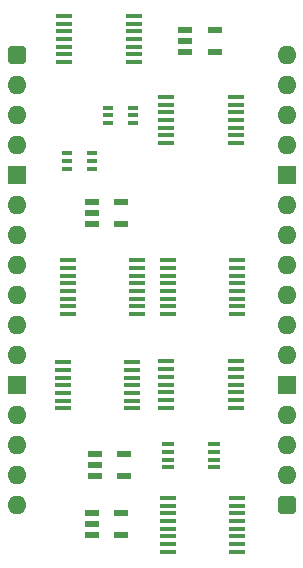
<source format=gts>
%TF.GenerationSoftware,KiCad,Pcbnew,9.0.7-9.0.7~ubuntu24.04.1*%
%TF.CreationDate,2026-02-05T21:28:48+02:00*%
%TF.ProjectId,W65C816 Clock Hold,57363543-3831-4362-9043-6c6f636b2048,V2*%
%TF.SameCoordinates,Original*%
%TF.FileFunction,Soldermask,Top*%
%TF.FilePolarity,Negative*%
%FSLAX46Y46*%
G04 Gerber Fmt 4.6, Leading zero omitted, Abs format (unit mm)*
G04 Created by KiCad (PCBNEW 9.0.7-9.0.7~ubuntu24.04.1) date 2026-02-05 21:28:48*
%MOMM*%
%LPD*%
G01*
G04 APERTURE LIST*
G04 Aperture macros list*
%AMRoundRect*
0 Rectangle with rounded corners*
0 $1 Rounding radius*
0 $2 $3 $4 $5 $6 $7 $8 $9 X,Y pos of 4 corners*
0 Add a 4 corners polygon primitive as box body*
4,1,4,$2,$3,$4,$5,$6,$7,$8,$9,$2,$3,0*
0 Add four circle primitives for the rounded corners*
1,1,$1+$1,$2,$3*
1,1,$1+$1,$4,$5*
1,1,$1+$1,$6,$7*
1,1,$1+$1,$8,$9*
0 Add four rect primitives between the rounded corners*
20,1,$1+$1,$2,$3,$4,$5,0*
20,1,$1+$1,$4,$5,$6,$7,0*
20,1,$1+$1,$6,$7,$8,$9,0*
20,1,$1+$1,$8,$9,$2,$3,0*%
G04 Aperture macros list end*
%ADD10R,1.450000X0.450000*%
%ADD11O,1.600000X1.600000*%
%ADD12R,1.600000X1.600000*%
%ADD13RoundRect,0.400000X-0.400000X-0.400000X0.400000X-0.400000X0.400000X0.400000X-0.400000X0.400000X0*%
%ADD14R,0.875000X0.450000*%
%ADD15R,1.475000X0.450000*%
%ADD16R,1.250000X0.600000*%
%ADD17R,1.100000X0.450000*%
%ADD18R,1.150000X0.600000*%
G04 APERTURE END LIST*
D10*
%TO.C,IC23*%
X18673000Y-37476000D03*
X18673000Y-38126000D03*
X18673000Y-38776000D03*
X18673000Y-39426000D03*
X18673000Y-40076000D03*
X18673000Y-40726000D03*
X18673000Y-41376000D03*
X18673000Y-42026000D03*
X12823000Y-42026000D03*
X12823000Y-41376000D03*
X12823000Y-40726000D03*
X12823000Y-40076000D03*
X12823000Y-39426000D03*
X12823000Y-38776000D03*
X12823000Y-38126000D03*
X12823000Y-37476000D03*
%TD*%
D11*
%TO.C,J1*%
X22860000Y0D03*
X22860000Y-2540000D03*
X22860000Y-5080000D03*
X22860000Y-7620000D03*
D12*
X22860000Y-10160000D03*
D11*
X22860000Y-12700000D03*
X22860000Y-15240000D03*
X22860000Y-17780000D03*
X22860000Y-20320000D03*
X22860000Y-22860000D03*
X22860000Y-25400000D03*
D12*
X22860000Y-27940000D03*
D11*
X22860000Y-30480000D03*
X22860000Y-33020000D03*
X22860000Y-35560000D03*
D13*
X22860000Y-38100000D03*
D11*
X0Y-38100000D03*
X0Y-35560000D03*
X0Y-33020000D03*
X0Y-30480000D03*
D12*
X0Y-27940000D03*
D11*
X0Y-25400000D03*
X0Y-22860000D03*
X0Y-20320000D03*
X0Y-17780000D03*
X0Y-15240000D03*
X0Y-12700000D03*
D12*
X0Y-10160000D03*
D11*
X0Y-7620000D03*
X0Y-5080000D03*
X0Y-2540000D03*
D13*
X0Y0D03*
%TD*%
D14*
%TO.C,IC43*%
X6350000Y-8285000D03*
X6350000Y-8935000D03*
X6350000Y-9585000D03*
X4226000Y-9585000D03*
X4226000Y-8935000D03*
X4226000Y-8285000D03*
%TD*%
D15*
%TO.C,IC31*%
X9923000Y3347000D03*
X9923000Y2697000D03*
X9923000Y2047000D03*
X9923000Y1397000D03*
X9923000Y747000D03*
X9923000Y97000D03*
X9923000Y-553000D03*
X4047000Y-553000D03*
X4047000Y97000D03*
X4047000Y747000D03*
X4047000Y1397000D03*
X4047000Y2047000D03*
X4047000Y2697000D03*
X4047000Y3347000D03*
%TD*%
D16*
%TO.C,IC28*%
X9124000Y-33721000D03*
X9124000Y-35621000D03*
X6624000Y-35621000D03*
X6624000Y-34671000D03*
X6624000Y-33721000D03*
%TD*%
D15*
%TO.C,IC26*%
X9796000Y-25990000D03*
X9796000Y-26640000D03*
X9796000Y-27290000D03*
X9796000Y-27940000D03*
X9796000Y-28590000D03*
X9796000Y-29240000D03*
X9796000Y-29890000D03*
X3920000Y-29890000D03*
X3920000Y-29240000D03*
X3920000Y-28590000D03*
X3920000Y-27940000D03*
X3920000Y-27290000D03*
X3920000Y-26640000D03*
X3920000Y-25990000D03*
%TD*%
%TO.C,IC24*%
X18559000Y-25913000D03*
X18559000Y-26563000D03*
X18559000Y-27213000D03*
X18559000Y-27863000D03*
X18559000Y-28513000D03*
X18559000Y-29163000D03*
X18559000Y-29813000D03*
X12683000Y-29813000D03*
X12683000Y-29163000D03*
X12683000Y-28513000D03*
X12683000Y-27863000D03*
X12683000Y-27213000D03*
X12683000Y-26563000D03*
X12683000Y-25913000D03*
%TD*%
D10*
%TO.C,IC22*%
X18673000Y-17333000D03*
X18673000Y-17983000D03*
X18673000Y-18633000D03*
X18673000Y-19283000D03*
X18673000Y-19933000D03*
X18673000Y-20583000D03*
X18673000Y-21233000D03*
X18673000Y-21883000D03*
X12823000Y-21883000D03*
X12823000Y-21233000D03*
X12823000Y-20583000D03*
X12823000Y-19933000D03*
X12823000Y-19283000D03*
X12823000Y-18633000D03*
X12823000Y-17983000D03*
X12823000Y-17333000D03*
%TD*%
D15*
%TO.C,IC7*%
X18559000Y-3511000D03*
X18559000Y-4161000D03*
X18559000Y-4811000D03*
X18559000Y-5461000D03*
X18559000Y-6111000D03*
X18559000Y-6761000D03*
X18559000Y-7411000D03*
X12683000Y-7411000D03*
X12683000Y-6761000D03*
X12683000Y-6111000D03*
X12683000Y-5461000D03*
X12683000Y-4811000D03*
X12683000Y-4161000D03*
X12683000Y-3511000D03*
%TD*%
D17*
%TO.C,IC4*%
X16682000Y-32934000D03*
X16682000Y-33584000D03*
X16682000Y-34234000D03*
X16682000Y-34884000D03*
X12782000Y-34884000D03*
X12782000Y-34234000D03*
X12782000Y-33584000D03*
X12782000Y-32934000D03*
%TD*%
D10*
%TO.C,IC1*%
X10164000Y-17333000D03*
X10164000Y-17983000D03*
X10164000Y-18633000D03*
X10164000Y-19283000D03*
X10164000Y-19933000D03*
X10164000Y-20583000D03*
X10164000Y-21233000D03*
X10164000Y-21883000D03*
X4314000Y-21883000D03*
X4314000Y-21233000D03*
X4314000Y-20583000D03*
X4314000Y-19933000D03*
X4314000Y-19283000D03*
X4314000Y-18633000D03*
X4314000Y-17983000D03*
X4314000Y-17333000D03*
%TD*%
D14*
%TO.C,IC47*%
X7701000Y-4430000D03*
X7701000Y-5080000D03*
X7701000Y-5730000D03*
X9825000Y-5730000D03*
X9825000Y-5080000D03*
X9825000Y-4430000D03*
%TD*%
D16*
%TO.C,IC29*%
X6370000Y-12385000D03*
X6370000Y-13335000D03*
X6370000Y-14285000D03*
X8870000Y-14285000D03*
X8870000Y-12385000D03*
%TD*%
D18*
%TO.C,IC2*%
X14224000Y2159000D03*
X14224000Y1209000D03*
X14224000Y259000D03*
X16824000Y259000D03*
X16824000Y2159000D03*
%TD*%
D16*
%TO.C,IC44*%
X6350000Y-38708000D03*
X6350000Y-39658000D03*
X6350000Y-40608000D03*
X8850000Y-40608000D03*
X8850000Y-38708000D03*
%TD*%
M02*

</source>
